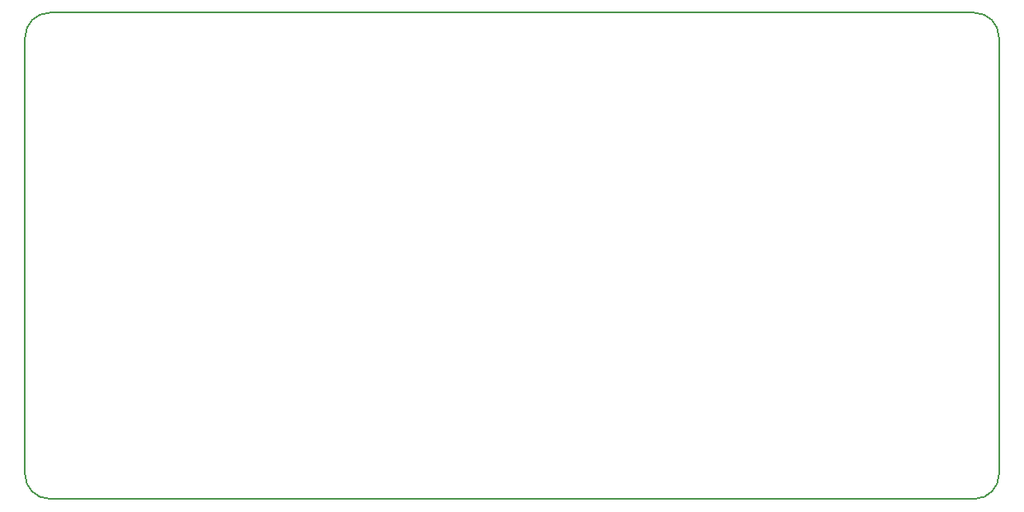
<source format=gbr>
G04 #@! TF.GenerationSoftware,KiCad,Pcbnew,5.0.2-bee76a0~70~ubuntu18.04.1*
G04 #@! TF.CreationDate,2020-11-03T11:03:39+00:00*
G04 #@! TF.ProjectId,picostation,7069636f-7374-4617-9469-6f6e2e6b6963,rev?*
G04 #@! TF.SameCoordinates,Original*
G04 #@! TF.FileFunction,Profile,NP*
%FSLAX46Y46*%
G04 Gerber Fmt 4.6, Leading zero omitted, Abs format (unit mm)*
G04 Created by KiCad (PCBNEW 5.0.2-bee76a0~70~ubuntu18.04.1) date Tue 03 Nov 2020 11:03:39 GMT*
%MOMM*%
%LPD*%
G01*
G04 APERTURE LIST*
%ADD10C,0.150000*%
%ADD11C,0.200000*%
G04 APERTURE END LIST*
D10*
X167500000Y-125000000D02*
G75*
G02X165000000Y-122500000I0J2500000D01*
G01*
X165000000Y-77500000D02*
G75*
G02X167500000Y-75000000I2500000J0D01*
G01*
X262500000Y-75000000D02*
G75*
G02X265000000Y-77500000I0J-2500000D01*
G01*
D11*
X265000000Y-122500000D02*
G75*
G02X262500000Y-125000000I-2500000J0D01*
G01*
D10*
X165000000Y-122500000D02*
X165000000Y-77500000D01*
X262500000Y-125000000D02*
X167500000Y-125000000D01*
X265000000Y-77500000D02*
X265000000Y-122500000D01*
X167500000Y-75000000D02*
X262500000Y-75000000D01*
M02*

</source>
